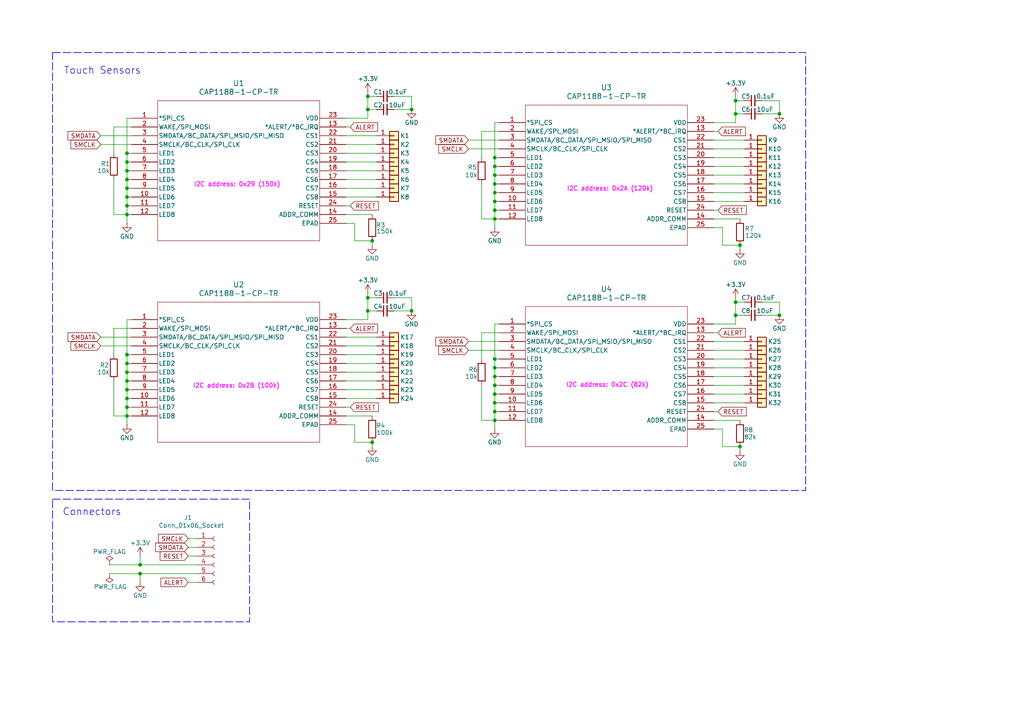
<source format=kicad_sch>
(kicad_sch (version 20231120) (generator "eeschema") (generator_version "8.0")
  (paper "A4")
  (lib_symbols
    (symbol "CAP1188_1_CP_TR:CAP1188-1-CP-TR" (pin_names (offset 0.254))
      (property "Reference" "U" (at 30.734 10.16 0))
      (property "Value" "CAP1188-1-CP-TR" (at 30.734 7.62 0))
      (symbol "CAP1188-1-CP-TR_0_1"
        (polyline (pts (xy 7.62 -35.56) (xy 54.61 -35.56)) (stroke (width 0.127)))
        (polyline (pts (xy 7.62 5.08) (xy 7.62 -35.56)) (stroke (width 0.127)))
        (polyline (pts (xy 54.61 -35.56) (xy 54.61 5.08)) (stroke (width 0.127)))
        (polyline (pts (xy 54.61 5.08) (xy 7.62 5.08)) (stroke (width 0.127)))
        (pin input line (at 0 0 0) (length 7.62) (name "*SPI_CS") (number "1"))
        (pin passive line (at 0 -22.86 0) (length 7.62) (name "LED6") (number "10"))
        (pin passive line (at 0 -25.4 0) (length 7.62) (name "LED7") (number "11"))
        (pin passive line (at 0 -27.94 0) (length 7.62) (name "LED8") (number "12"))
        (pin passive line (at 62.23 -2.54 180) (length 7.62) (name "*ALERT/*BC_IRQ") (number "13"))
        (pin input line (at 62.23 -27.94 180) (length 7.62) (name "ADDR_COMM") (number "14"))
        (pin bidirectional line (at 62.23 -22.86 180) (length 7.62) (name "CS8") (number "15"))
        (pin bidirectional line (at 62.23 -20.32 180) (length 7.62) (name "CS7") (number "16"))
        (pin bidirectional line (at 62.23 -17.78 180) (length 7.62) (name "CS6") (number "17"))
        (pin bidirectional line (at 62.23 -15.24 180) (length 7.62) (name "CS5") (number "18"))
        (pin bidirectional line (at 62.23 -12.7 180) (length 7.62) (name "CS4") (number "19"))
        (pin bidirectional line (at 0 -2.54 0) (length 7.62) (name "WAKE/SPI_MOSI") (number "2"))
        (pin bidirectional line (at 62.23 -10.16 180) (length 7.62) (name "CS3") (number "20"))
        (pin bidirectional line (at 62.23 -7.62 180) (length 7.62) (name "CS2") (number "21"))
        (pin bidirectional line (at 62.23 -5.08 180) (length 7.62) (name "CS1") (number "22"))
        (pin power_in line (at 62.23 0 180) (length 7.62) (name "VDD") (number "23"))
        (pin input line (at 62.23 -25.4 180) (length 7.62) (name "RESET") (number "24"))
        (pin passive line (at 62.23 -30.48 180) (length 7.62) (name "EPAD") (number "25"))
        (pin bidirectional line (at 0 -5.08 0) (length 7.62) (name "SMDATA/BC_DATA/SPI_MSIO/SPI_MISO") (number "3"))
        (pin input line (at 0 -7.62 0) (length 7.62) (name "SMCLK/BC_CLK/SPI_CLK") (number "4"))
        (pin passive line (at 0 -10.16 0) (length 7.62) (name "LED1") (number "5"))
        (pin passive line (at 0 -12.7 0) (length 7.62) (name "LED2") (number "6"))
        (pin passive line (at 0 -15.24 0) (length 7.62) (name "LED3") (number "7"))
        (pin passive line (at 0 -17.78 0) (length 7.62) (name "LED4") (number "8"))
        (pin passive line (at 0 -20.32 0) (length 7.62) (name "LED5") (number "9"))
      )
    )
    (symbol "Connector:Conn_01x06_Socket" (pin_names (offset 1.016) hide)
      (property "Reference" "J" (at 0 7.62 0))
      (property "Value" "Conn_01x06_Socket" (at 0 -10.16 0))
      (symbol "Conn_01x06_Socket_1_1"
        (arc (start 0 -7.112) (mid -0.5058 -7.62) (end 0 -8.128) (stroke (width 0.1524)))
        (arc (start 0 -4.572) (mid -0.5058 -5.08) (end 0 -5.588) (stroke (width 0.1524)))
        (arc (start 0 -2.032) (mid -0.5058 -2.54) (end 0 -3.048) (stroke (width 0.1524)))
        (polyline (pts (xy -1.27 -7.62) (xy -0.508 -7.62)) (stroke (width 0.1524)))
        (polyline (pts (xy -1.27 -5.08) (xy -0.508 -5.08)) (stroke (width 0.1524)))
        (polyline (pts (xy -1.27 -2.54) (xy -0.508 -2.54)) (stroke (width 0.1524)))
        (polyline (pts (xy -1.27 0) (xy -0.508 0)) (stroke (width 0.1524)))
        (polyline (pts (xy -1.27 2.54) (xy -0.508 2.54)) (stroke (width 0.1524)))
        (polyline (pts (xy -1.27 5.08) (xy -0.508 5.08)) (stroke (width 0.1524)))
        (arc (start 0 0.508) (mid -0.5058 0) (end 0 -0.508) (stroke (width 0.1524)))
        (arc (start 0 3.048) (mid -0.5058 2.54) (end 0 2.032) (stroke (width 0.1524)))
        (arc (start 0 5.588) (mid -0.5058 5.08) (end 0 4.572) (stroke (width 0.1524)))
        (pin passive line (at -5.08 5.08 0) (length 3.81) (name "Pin_1") (number "1"))
        (pin passive line (at -5.08 2.54 0) (length 3.81) (name "Pin_2") (number "2"))
        (pin passive line (at -5.08 0 0) (length 3.81) (name "Pin_3") (number "3"))
        (pin passive line (at -5.08 -2.54 0) (length 3.81) (name "Pin_4") (number "4"))
        (pin passive line (at -5.08 -5.08 0) (length 3.81) (name "Pin_5") (number "5"))
        (pin passive line (at -5.08 -7.62 0) (length 3.81) (name "Pin_6") (number "6"))
      )
    )
    (symbol "Connector_Generic:Conn_01x01" (pin_names (offset 1.016) hide)
      (property "Reference" "J" (at 0 2.54 0))
      (property "Value" "Conn_01x01" (at 0 -2.54 0))
      (symbol "Conn_01x01_1_1"
        (rectangle (start -1.27 0.127) (end 0 -0.127) (stroke (width 0.1524)))
        (rectangle (start -1.27 1.27) (end 1.27 -1.27) (stroke (width 0.254)) (fill (type background)))
        (pin passive line (at -5.08 0 0) (length 3.81) (name "Pin_1") (number "1"))
      )
    )
    (symbol "Device:C_Small" (pin_numbers hide) (pin_names (offset 0.254) hide)
      (property "Reference" "C" (at 0.254 1.778 0))
      (property "Value" "C_Small" (at 0.254 -2.032 0))
      (symbol "C_Small_0_1"
        (polyline (pts (xy -1.524 -0.508) (xy 1.524 -0.508)) (stroke (width 0.3302)))
        (polyline (pts (xy -1.524 0.508) (xy 1.524 0.508)) (stroke (width 0.3048)))
      )
      (symbol "C_Small_1_1"
        (pin passive line (at 0 2.54 270) (length 2.032) (name "~") (number "1"))
        (pin passive line (at 0 -2.54 90) (length 2.032) (name "~") (number "2"))
      )
    )
    (symbol "Device:R" (pin_numbers hide) (pin_names (offset 0))
      (property "Reference" "R" (at 2.032 0 90))
      (property "Value" "R" (at 0 0 90))
      (symbol "R_0_1"
        (rectangle (start -1.016 -2.54) (end 1.016 2.54) (stroke (width 0.254)))
      )
      (symbol "R_1_1"
        (pin passive line (at 0 3.81 270) (length 1.27) (name "~") (number "1"))
        (pin passive line (at 0 -3.81 90) (length 1.27) (name "~") (number "2"))
      )
    )
    (symbol "power:+3.3V" (power) (pin_numbers hide) (pin_names (offset 0) hide)
      (property "Value" "+3.3V" (at 0 3.556 0))
      (symbol "+3.3V_0_1"
        (polyline (pts (xy -0.762 1.27) (xy 0 2.54)))
        (polyline (pts (xy 0 0) (xy 0 2.54)))
        (polyline (pts (xy 0 2.54) (xy 0.762 1.27)))
      )
      (symbol "+3.3V_1_1"
        (pin power_in line (at 0 0 90) (length 0) (name "~") (number "1"))
      )
    )
    (symbol "power:GND" (power) (pin_numbers hide) (pin_names (offset 0) hide)
      (property "Value" "GND" (at 0 -3.81 0))
      (symbol "GND_0_1"
        (polyline (pts (xy 0 0) (xy 0 -1.27) (xy 1.27 -1.27) (xy 0 -2.54) (xy -1.27 -1.27) (xy 0 -1.27)))
      )
      (symbol "GND_1_1"
        (pin power_in line (at 0 0 270) (length 0) (name "~") (number "1"))
      )
    )
    (symbol "power:PWR_FLAG" (power) (pin_numbers hide) (pin_names (offset 0) hide)
      (property "Value" "PWR_FLAG" (at 0 3.81 0))
      (symbol "PWR_FLAG_0_0"
        (pin power_out line (at 0 0 90) (length 0) (name "~") (number "1"))
      )
      (symbol "PWR_FLAG_0_1"
        (polyline (pts (xy 0 0) (xy 0 1.27) (xy -1.016 1.905) (xy 0 2.54) (xy 1.016 1.905) (xy 0 1.27)))
      )
    )
  )
  (junction (at 36.83 113.03))
  (junction (at 106.68 86.36))
  (junction (at 36.83 120.65))
  (junction (at 143.51 116.84))
  (junction (at 213.36 33.02))
  (junction (at 214.63 71.12))
  (junction (at 36.83 102.87))
  (junction (at 36.83 44.45))
  (junction (at 213.36 91.44))
  (junction (at 143.51 106.68))
  (junction (at 106.68 31.75))
  (junction (at 143.51 109.22))
  (junction (at 143.51 45.72))
  (junction (at 143.51 55.88))
  (junction (at 40.64 166.37))
  (junction (at 119.38 90.17))
  (junction (at 143.51 121.92))
  (junction (at 226.06 91.44))
  (junction (at 213.36 87.63))
  (junction (at 36.83 57.15))
  (junction (at 107.95 69.85))
  (junction (at 143.51 50.8))
  (junction (at 36.83 49.53))
  (junction (at 36.83 46.99))
  (junction (at 36.83 115.57))
  (junction (at 143.51 58.42))
  (junction (at 143.51 60.96))
  (junction (at 143.51 104.14))
  (junction (at 143.51 114.3))
  (junction (at 119.38 31.75))
  (junction (at 36.83 107.95))
  (junction (at 36.83 54.61))
  (junction (at 36.83 59.69))
  (junction (at 214.63 129.54))
  (junction (at 107.95 128.27))
  (junction (at 226.06 33.02))
  (junction (at 143.51 53.34))
  (junction (at 213.36 29.21))
  (junction (at 40.64 163.83))
  (junction (at 106.68 90.17))
  (junction (at 143.51 119.38))
  (junction (at 143.51 111.76))
  (junction (at 36.83 110.49))
  (junction (at 36.83 52.07))
  (junction (at 36.83 105.41))
  (junction (at 36.83 118.11))
  (junction (at 36.83 62.23))
  (junction (at 106.68 27.94))
  (junction (at 143.51 63.5))
  (junction (at 143.51 48.26))
  (wire (pts (xy 220.98 91.44) (xy 226.06 91.44)))
  (wire (pts (xy 100.33 46.99) (xy 109.22 46.99)))
  (wire (pts (xy 139.7 38.1) (xy 144.78 38.1)))
  (wire (pts (xy 36.83 49.53) (xy 36.83 46.99)))
  (wire (pts (xy 36.83 46.99) (xy 38.1 46.99)))
  (wire (pts (xy 106.68 31.75) (xy 106.68 34.29)))
  (wire (pts (xy 207.01 124.46) (xy 209.55 124.46)))
  (wire (pts (xy 106.68 27.94) (xy 106.68 31.75)))
  (wire (pts (xy 207.01 101.6) (xy 215.9 101.6)))
  (wire (pts (xy 143.51 116.84) (xy 144.78 116.84)))
  (wire (pts (xy 207.01 40.64) (xy 215.9 40.64)))
  (wire (pts (xy 143.51 48.26) (xy 143.51 45.72)))
  (wire (pts (xy 33.02 36.83) (xy 33.02 44.45)))
  (wire (pts (xy 100.33 49.53) (xy 109.22 49.53)))
  (wire (pts (xy 100.33 64.77) (xy 102.87 64.77)))
  (wire (pts (xy 40.64 163.83) (xy 57.15 163.83)))
  (wire (pts (xy 208.28 38.1) (xy 207.01 38.1)))
  (wire (pts (xy 143.51 121.92) (xy 144.78 121.92)))
  (wire (pts (xy 36.83 113.03) (xy 38.1 113.03)))
  (wire (pts (xy 36.83 118.11) (xy 36.83 115.57)))
  (wire (pts (xy 36.83 49.53) (xy 38.1 49.53)))
  (wire (pts (xy 139.7 63.5) (xy 143.51 63.5)))
  (wire (pts (xy 143.51 63.5) (xy 143.51 60.96)))
  (wire (pts (xy 106.68 31.75) (xy 109.22 31.75)))
  (wire (pts (xy 214.63 130.81) (xy 214.63 129.54)))
  (wire (pts (xy 213.36 33.02) (xy 215.9 33.02)))
  (wire (pts (xy 143.51 63.5) (xy 144.78 63.5)))
  (wire (pts (xy 143.51 35.56) (xy 143.51 45.72)))
  (wire (pts (xy 208.28 60.96) (xy 207.01 60.96)))
  (wire (pts (xy 36.83 57.15) (xy 36.83 54.61)))
  (wire (pts (xy 40.64 168.91) (xy 40.64 166.37)))
  (wire (pts (xy 36.83 34.29) (xy 38.1 34.29)))
  (wire (pts (xy 33.02 120.65) (xy 36.83 120.65)))
  (wire (pts (xy 106.68 26.67) (xy 106.68 27.94)))
  (wire (pts (xy 36.83 107.95) (xy 38.1 107.95)))
  (wire (pts (xy 143.51 50.8) (xy 143.51 48.26)))
  (wire (pts (xy 36.83 62.23) (xy 38.1 62.23)))
  (wire (pts (xy 106.68 86.36) (xy 109.22 86.36)))
  (wire (pts (xy 114.3 90.17) (xy 119.38 90.17)))
  (wire (pts (xy 220.98 29.21) (xy 226.06 29.21)))
  (wire (pts (xy 207.01 35.56) (xy 213.36 35.56)))
  (wire (pts (xy 101.6 36.83) (xy 100.33 36.83)))
  (wire (pts (xy 207.01 99.06) (xy 215.9 99.06)))
  (wire (pts (xy 143.51 58.42) (xy 143.51 55.88)))
  (wire (pts (xy 143.51 60.96) (xy 144.78 60.96)))
  (wire (pts (xy 40.64 161.29) (xy 40.64 163.83)))
  (wire (pts (xy 100.33 123.19) (xy 102.87 123.19)))
  (wire (pts (xy 213.36 86.36) (xy 213.36 87.63)))
  (wire (pts (xy 143.51 119.38) (xy 143.51 116.84)))
  (wire (pts (xy 114.3 31.75) (xy 119.38 31.75)))
  (wire (pts (xy 29.21 39.37) (xy 38.1 39.37)))
  (wire (pts (xy 213.36 91.44) (xy 213.36 93.98)))
  (wire (pts (xy 208.28 96.52) (xy 207.01 96.52)))
  (wire (pts (xy 106.68 90.17) (xy 106.68 92.71)))
  (wire (pts (xy 226.06 29.21) (xy 226.06 33.02)))
  (wire (pts (xy 36.83 92.71) (xy 36.83 102.87)))
  (wire (pts (xy 100.33 92.71) (xy 106.68 92.71)))
  (wire (pts (xy 36.83 123.19) (xy 36.83 120.65)))
  (wire (pts (xy 40.64 166.37) (xy 57.15 166.37)))
  (wire (pts (xy 36.83 115.57) (xy 38.1 115.57)))
  (wire (pts (xy 139.7 96.52) (xy 144.78 96.52)))
  (wire (pts (xy 143.51 121.92) (xy 143.51 119.38)))
  (wire (pts (xy 107.95 71.12) (xy 107.95 69.85)))
  (wire (pts (xy 100.33 102.87) (xy 109.22 102.87)))
  (wire (pts (xy 139.7 121.92) (xy 143.51 121.92)))
  (wire (pts (xy 207.01 106.68) (xy 215.9 106.68)))
  (wire (pts (xy 54.61 156.21) (xy 57.15 156.21)))
  (wire (pts (xy 139.7 38.1) (xy 139.7 45.72)))
  (wire (pts (xy 143.51 111.76) (xy 143.51 109.22)))
  (wire (pts (xy 33.02 52.07) (xy 33.02 62.23)))
  (wire (pts (xy 143.51 53.34) (xy 144.78 53.34)))
  (wire (pts (xy 213.36 29.21) (xy 215.9 29.21)))
  (wire (pts (xy 100.33 115.57) (xy 109.22 115.57)))
  (wire (pts (xy 36.83 34.29) (xy 36.83 44.45)))
  (wire (pts (xy 119.38 86.36) (xy 119.38 90.17)))
  (wire (pts (xy 207.01 50.8) (xy 215.9 50.8)))
  (wire (pts (xy 207.01 55.88) (xy 215.9 55.88)))
  (wire (pts (xy 143.51 66.04) (xy 143.51 63.5)))
  (wire (pts (xy 102.87 69.85) (xy 107.95 69.85)))
  (wire (pts (xy 207.01 114.3) (xy 215.9 114.3)))
  (wire (pts (xy 143.51 106.68) (xy 144.78 106.68)))
  (wire (pts (xy 54.61 168.91) (xy 57.15 168.91)))
  (wire (pts (xy 143.51 55.88) (xy 144.78 55.88)))
  (wire (pts (xy 36.83 57.15) (xy 38.1 57.15)))
  (wire (pts (xy 207.01 48.26) (xy 215.9 48.26)))
  (wire (pts (xy 29.21 100.33) (xy 38.1 100.33)))
  (wire (pts (xy 114.3 27.94) (xy 119.38 27.94)))
  (wire (pts (xy 106.68 27.94) (xy 109.22 27.94)))
  (wire (pts (xy 143.51 45.72) (xy 144.78 45.72)))
  (wire (pts (xy 100.33 120.65) (xy 107.95 120.65)))
  (wire (pts (xy 209.55 124.46) (xy 209.55 129.54)))
  (wire (pts (xy 143.51 55.88) (xy 143.51 53.34)))
  (wire (pts (xy 100.33 113.03) (xy 109.22 113.03)))
  (wire (pts (xy 100.33 97.79) (xy 109.22 97.79)))
  (wire (pts (xy 143.51 119.38) (xy 144.78 119.38)))
  (wire (pts (xy 213.36 87.63) (xy 215.9 87.63)))
  (wire (pts (xy 100.33 107.95) (xy 109.22 107.95)))
  (wire (pts (xy 226.06 87.63) (xy 226.06 91.44)))
  (wire (pts (xy 36.83 54.61) (xy 36.83 52.07)))
  (wire (pts (xy 36.83 59.69) (xy 36.83 57.15)))
  (wire (pts (xy 143.51 124.46) (xy 143.51 121.92)))
  (wire (pts (xy 100.33 54.61) (xy 109.22 54.61)))
  (wire (pts (xy 100.33 44.45) (xy 109.22 44.45)))
  (wire (pts (xy 139.7 96.52) (xy 139.7 104.14)))
  (wire (pts (xy 143.51 93.98) (xy 143.51 104.14)))
  (wire (pts (xy 143.51 114.3) (xy 144.78 114.3)))
  (wire (pts (xy 36.83 107.95) (xy 36.83 105.41)))
  (wire (pts (xy 143.51 50.8) (xy 144.78 50.8)))
  (wire (pts (xy 207.01 121.92) (xy 214.63 121.92)))
  (wire (pts (xy 33.02 95.25) (xy 33.02 102.87)))
  (wire (pts (xy 102.87 128.27) (xy 107.95 128.27)))
  (wire (pts (xy 100.33 62.23) (xy 107.95 62.23)))
  (wire (pts (xy 29.21 97.79) (xy 38.1 97.79)))
  (wire (pts (xy 207.01 116.84) (xy 215.9 116.84)))
  (wire (pts (xy 36.83 52.07) (xy 38.1 52.07)))
  (wire (pts (xy 213.36 29.21) (xy 213.36 33.02)))
  (wire (pts (xy 213.36 91.44) (xy 215.9 91.44)))
  (wire (pts (xy 101.6 118.11) (xy 100.33 118.11)))
  (wire (pts (xy 143.51 111.76) (xy 144.78 111.76)))
  (wire (pts (xy 135.89 101.6) (xy 144.78 101.6)))
  (wire (pts (xy 207.01 63.5) (xy 214.63 63.5)))
  (wire (pts (xy 209.55 129.54) (xy 214.63 129.54)))
  (wire (pts (xy 36.83 105.41) (xy 38.1 105.41)))
  (wire (pts (xy 213.36 87.63) (xy 213.36 91.44)))
  (wire (pts (xy 100.33 41.91) (xy 109.22 41.91)))
  (wire (pts (xy 54.61 158.75) (xy 57.15 158.75)))
  (wire (pts (xy 106.68 90.17) (xy 109.22 90.17)))
  (wire (pts (xy 207.01 104.14) (xy 215.9 104.14)))
  (wire (pts (xy 33.02 62.23) (xy 36.83 62.23)))
  (wire (pts (xy 143.51 116.84) (xy 143.51 114.3)))
  (wire (pts (xy 100.33 100.33) (xy 109.22 100.33)))
  (wire (pts (xy 207.01 45.72) (xy 215.9 45.72)))
  (wire (pts (xy 36.83 46.99) (xy 36.83 44.45)))
  (wire (pts (xy 36.83 113.03) (xy 36.83 110.49)))
  (wire (pts (xy 100.33 39.37) (xy 109.22 39.37)))
  (wire (pts (xy 213.36 27.94) (xy 213.36 29.21)))
  (wire (pts (xy 220.98 87.63) (xy 226.06 87.63)))
  (wire (pts (xy 36.83 62.23) (xy 36.83 59.69)))
  (wire (pts (xy 208.28 119.38) (xy 207.01 119.38)))
  (wire (pts (xy 36.83 115.57) (xy 36.83 113.03)))
  (wire (pts (xy 33.02 36.83) (xy 38.1 36.83)))
  (wire (pts (xy 143.51 60.96) (xy 143.51 58.42)))
  (wire (pts (xy 102.87 123.19) (xy 102.87 128.27)))
  (wire (pts (xy 107.95 129.54) (xy 107.95 128.27)))
  (wire (pts (xy 143.51 109.22) (xy 144.78 109.22)))
  (wire (pts (xy 31.75 163.83) (xy 40.64 163.83)))
  (wire (pts (xy 36.83 120.65) (xy 38.1 120.65)))
  (wire (pts (xy 207.01 58.42) (xy 215.9 58.42)))
  (wire (pts (xy 36.83 110.49) (xy 36.83 107.95)))
  (wire (pts (xy 143.51 109.22) (xy 143.51 106.68)))
  (wire (pts (xy 135.89 43.18) (xy 144.78 43.18)))
  (wire (pts (xy 106.68 85.09) (xy 106.68 86.36)))
  (wire (pts (xy 36.83 52.07) (xy 36.83 49.53)))
  (wire (pts (xy 207.01 43.18) (xy 215.9 43.18)))
  (wire (pts (xy 36.83 59.69) (xy 38.1 59.69)))
  (wire (pts (xy 54.61 161.29) (xy 57.15 161.29)))
  (wire (pts (xy 207.01 53.34) (xy 215.9 53.34)))
  (wire (pts (xy 36.83 110.49) (xy 38.1 110.49)))
  (wire (pts (xy 100.33 52.07) (xy 109.22 52.07)))
  (wire (pts (xy 143.51 93.98) (xy 144.78 93.98)))
  (wire (pts (xy 33.02 95.25) (xy 38.1 95.25)))
  (wire (pts (xy 36.83 64.77) (xy 36.83 62.23)))
  (wire (pts (xy 36.83 120.65) (xy 36.83 118.11)))
  (wire (pts (xy 139.7 111.76) (xy 139.7 121.92)))
  (wire (pts (xy 213.36 33.02) (xy 213.36 35.56)))
  (wire (pts (xy 207.01 66.04) (xy 209.55 66.04)))
  (wire (pts (xy 114.3 86.36) (xy 119.38 86.36)))
  (wire (pts (xy 36.83 44.45) (xy 38.1 44.45)))
  (wire (pts (xy 106.68 86.36) (xy 106.68 90.17)))
  (wire (pts (xy 207.01 111.76) (xy 215.9 111.76)))
  (wire (pts (xy 33.02 110.49) (xy 33.02 120.65)))
  (wire (pts (xy 143.51 53.34) (xy 143.51 50.8)))
  (wire (pts (xy 36.83 118.11) (xy 38.1 118.11)))
  (wire (pts (xy 36.83 102.87) (xy 38.1 102.87)))
  (wire (pts (xy 207.01 93.98) (xy 213.36 93.98)))
  (wire (pts (xy 31.75 166.37) (xy 40.64 166.37)))
  (wire (pts (xy 207.01 109.22) (xy 215.9 109.22)))
  (wire (pts (xy 36.83 105.41) (xy 36.83 102.87)))
  (wire (pts (xy 143.51 106.68) (xy 143.51 104.14)))
  (wire (pts (xy 101.6 95.25) (xy 100.33 95.25)))
  (wire (pts (xy 102.87 64.77) (xy 102.87 69.85)))
  (wire (pts (xy 100.33 110.49) (xy 109.22 110.49)))
  (wire (pts (xy 143.51 35.56) (xy 144.78 35.56)))
  (wire (pts (xy 220.98 33.02) (xy 226.06 33.02)))
  (wire (pts (xy 143.51 114.3) (xy 143.51 111.76)))
  (wire (pts (xy 119.38 27.94) (xy 119.38 31.75)))
  (wire (pts (xy 209.55 71.12) (xy 214.63 71.12)))
  (wire (pts (xy 209.55 66.04) (xy 209.55 71.12)))
  (wire (pts (xy 139.7 53.34) (xy 139.7 63.5)))
  (wire (pts (xy 135.89 40.64) (xy 144.78 40.64)))
  (wire (pts (xy 100.33 34.29) (xy 106.68 34.29)))
  (wire (pts (xy 214.63 72.39) (xy 214.63 71.12)))
  (wire (pts (xy 143.51 104.14) (xy 144.78 104.14)))
  (wire (pts (xy 36.83 54.61) (xy 38.1 54.61)))
  (wire (pts (xy 29.21 41.91) (xy 38.1 41.91)))
  (wire (pts (xy 143.51 58.42) (xy 144.78 58.42)))
  (wire (pts (xy 100.33 105.41) (xy 109.22 105.41)))
  (wire (pts (xy 100.33 57.15) (xy 109.22 57.15)))
  (wire (pts (xy 143.51 48.26) (xy 144.78 48.26)))
  (wire (pts (xy 36.83 92.71) (xy 38.1 92.71)))
  (wire (pts (xy 135.89 99.06) (xy 144.78 99.06)))
  (wire (pts (xy 101.6 59.69) (xy 100.33 59.69)))
  (rectangle (start 15.24 144.78) (end 72.39 180.34) (stroke (width 0.2032) (type dash)))
  (rectangle (start 15.24 15.24) (end 233.68 142.24) (stroke (width 0.2032) (type dash)))
  (text "I2C address: 0x2B (100k)" (at 55.88 112.014 0) (effects (font (size 1.27 1.27) (thickness 0.254) (bold yes)) (justify left)))
  (text "I2C address: 0x29 (150k)" (at 56.134 53.594 0) (effects (font (size 1.27 1.27) (thickness 0.254) (bold yes)) (justify left)))
  (text "Touch Sensors" (at 29.718 20.574 0) (effects (font (size 2.032 2.032))))
  (text "Connectors" (at 26.67 148.59 0) (effects (font (size 2.032 2.032))))
  (text "I2C address: 0x2C (82k)" (at 164.084 111.76 0) (effects (font (size 1.27 1.27) (thickness 0.254) (bold yes)) (justify left)))
  (text "I2C address: 0x2A (120k)" (at 164.338 54.864 0) (effects (font (size 1.27 1.27) (thickness 0.254) (bold yes)) (justify left)))
  (global_label "RESET" (shape input) (at 101.6 59.69 0) (property "Intersheetrefs" "${INTERSHEET_REFS}" (effects (hide yes))))
  (global_label "SMDATA" (shape input) (at 135.89 99.06 180) (property "Intersheetrefs" "${INTERSHEET_REFS}" (effects (hide yes))))
  (global_label "RESET" (shape input) (at 101.6 118.11 0) (property "Intersheetrefs" "${INTERSHEET_REFS}" (effects (hide yes))))
  (global_label "SMDATA" (shape input) (at 135.89 40.64 180) (property "Intersheetrefs" "${INTERSHEET_REFS}" (effects (hide yes))))
  (global_label "ALERT" (shape input) (at 208.28 96.52 0) (property "Intersheetrefs" "${INTERSHEET_REFS}" (effects (hide yes))))
  (global_label "SMDATA" (shape input) (at 29.21 39.37 180) (property "Intersheetrefs" "${INTERSHEET_REFS}" (effects (hide yes))))
  (global_label "SMCLK" (shape input) (at 135.89 43.18 180) (property "Intersheetrefs" "${INTERSHEET_REFS}" (effects (hide yes))))
  (global_label "SMDATA" (shape input) (at 54.61 158.75 180) (property "Intersheetrefs" "${INTERSHEET_REFS}" (effects (hide yes))))
  (global_label "RESET" (shape input) (at 54.61 161.29 180) (property "Intersheetrefs" "${INTERSHEET_REFS}" (effects (hide yes))))
  (global_label "SMCLK" (shape input) (at 135.89 101.6 180) (property "Intersheetrefs" "${INTERSHEET_REFS}" (effects (hide yes))))
  (global_label "ALERT" (shape input) (at 54.61 168.91 180) (property "Intersheetrefs" "${INTERSHEET_REFS}" (effects (hide yes))))
  (global_label "SMCLK" (shape input) (at 29.21 100.33 180) (property "Intersheetrefs" "${INTERSHEET_REFS}" (effects (hide yes))))
  (global_label "RESET" (shape input) (at 208.28 60.96 0) (property "Intersheetrefs" "${INTERSHEET_REFS}" (effects (hide yes))))
  (global_label "SMCLK" (shape input) (at 54.61 156.21 180) (property "Intersheetrefs" "${INTERSHEET_REFS}" (effects (hide yes))))
  (global_label "ALERT" (shape input) (at 101.6 95.25 0) (property "Intersheetrefs" "${INTERSHEET_REFS}" (effects (hide yes))))
  (global_label "SMCLK" (shape input) (at 29.21 41.91 180) (property "Intersheetrefs" "${INTERSHEET_REFS}" (effects (hide yes))))
  (global_label "SMDATA" (shape input) (at 29.21 97.79 180) (property "Intersheetrefs" "${INTERSHEET_REFS}" (effects (hide yes))))
  (global_label "ALERT" (shape input) (at 208.28 38.1 0) (property "Intersheetrefs" "${INTERSHEET_REFS}" (effects (hide yes))))
  (global_label "RESET" (shape input) (at 208.28 119.38 0) (property "Intersheetrefs" "${INTERSHEET_REFS}" (effects (hide yes))))
  (global_label "ALERT" (shape input) (at 101.6 36.83 0) (property "Intersheetrefs" "${INTERSHEET_REFS}" (effects (hide yes))))
  (symbol (lib_id "Device:C_Small") (at 218.44 29.21 90) (unit 1)
    (property "Reference" "C5" (at 217.678 27.94 90) (effects (justify left)))
    (property "Value" "0.1uF" (at 224.79 27.94 90) (effects (justify left)))
    (property "Footprint" "Capacitor_SMD:C_0805_2012Metric_Pad1.18x1.45mm_HandSolder" (effects (hide yes)))
    (property "Description" "Unpolarized capacitor, small symbol" (effects (hide yes)))
  )
  (symbol (lib_id "Connector_Generic:Conn_01x01") (at 114.3 102.87 0) (unit 1)
    (property "Reference" "K19" (at 116.078 102.87 0) (effects (justify left)))
    (property "Value" "Conn_01x01" (effects (hide yes)))
    (property "Footprint" "TouchKey:TouchKey_Standard" (effects (hide yes)))
    (property "Description" "Generic connector, single row, 01x01, script generated (kicad-library-utils/schlib/autogen/connector/)" (effects (hide yes)))
  )
  (symbol (lib_id "Connector_Generic:Conn_01x01") (at 220.98 48.26 0) (unit 1)
    (property "Reference" "K12" (at 222.758 48.26 0) (effects (justify left)))
    (property "Value" "Conn_01x01" (effects (hide yes)))
    (property "Footprint" "TouchKey:TouchKey_Standard" (effects (hide yes)))
    (property "Description" "Generic connector, single row, 01x01, script generated (kicad-library-utils/schlib/autogen/connector/)" (effects (hide yes)))
  )
  (symbol (lib_id "power:GND") (at 143.51 66.04 0) (unit 1)
    (property "Reference" "#PWR08" (effects (hide yes)))
    (property "Value" "GND" (at 143.51 69.85 0))
    (property "Description" "Power symbol creates a global label with name \"GND\" , ground" (effects (hide yes)))
  )
  (symbol (lib_id "power:+3.3V") (at 106.68 26.67 0) (unit 1)
    (property "Reference" "#PWR01" (effects (hide yes)))
    (property "Value" "+3.3V" (at 106.68 22.86 0))
    (property "Description" "Power symbol creates a global label with name \"+3.3V\"" (effects (hide yes)))
  )
  (symbol (lib_id "Connector_Generic:Conn_01x01") (at 114.3 49.53 0) (unit 1)
    (property "Reference" "K5" (at 116.078 49.53 0) (effects (justify left)))
    (property "Value" "Conn_01x01" (effects (hide yes)))
    (property "Footprint" "TouchKey:TouchKey_Standard" (effects (hide yes)))
    (property "Description" "Generic connector, single row, 01x01, script generated (kicad-library-utils/schlib/autogen/connector/)" (effects (hide yes)))
  )
  (symbol (lib_id "Connector:Conn_01x06_Socket") (at 62.23 161.29 0) (unit 1)
    (property "Reference" "J1" (at 53.34 150.114 0) (effects (justify left)))
    (property "Value" "Conn_01x06_Socket" (at 45.974 152.4 0) (effects (justify left)))
    (property "Footprint" "Connector_JST:JST_XH_B6B-XH-A_1x06_P2.50mm_Vertical" (effects (hide yes)))
    (property "Description" "Generic connector, single row, 01x06, script generated" (effects (hide yes)))
  )
  (symbol (lib_id "Device:R") (at 139.7 107.95 180) (unit 1)
    (property "Reference" "R6" (at 135.89 107.188 0) (effects (justify right)))
    (property "Value" "10k" (at 134.874 109.22 0) (effects (justify right)))
    (property "Footprint" "Resistor_SMD:R_0805_2012Metric_Pad1.20x1.40mm_HandSolder" (effects (hide yes)))
    (property "Description" "Resistor" (effects (hide yes)))
  )
  (symbol (lib_id "power:PWR_FLAG") (at 31.75 163.83 0) (unit 1)
    (property "Reference" "#FLG03" (effects (hide yes)))
    (property "Value" "PWR_FLAG" (at 31.75 160.02 0))
    (property "Description" "Special symbol for telling ERC where power comes from" (effects (hide yes)))
  )
  (symbol (lib_id "power:GND") (at 214.63 72.39 0) (unit 1)
    (property "Reference" "#PWR010" (effects (hide yes)))
    (property "Value" "GND" (at 214.63 76.2 0))
    (property "Description" "Power symbol creates a global label with name \"GND\" , ground" (effects (hide yes)))
  )
  (symbol (lib_id "Connector_Generic:Conn_01x01") (at 220.98 50.8 0) (unit 1)
    (property "Reference" "K13" (at 222.758 50.8 0) (effects (justify left)))
    (property "Value" "Conn_01x01" (effects (hide yes)))
    (property "Footprint" "TouchKey:TouchKey_Standard" (effects (hide yes)))
    (property "Description" "Generic connector, single row, 01x01, script generated (kicad-library-utils/schlib/autogen/connector/)" (effects (hide yes)))
  )
  (symbol (lib_id "Connector_Generic:Conn_01x01") (at 220.98 109.22 0) (unit 1)
    (property "Reference" "K29" (at 222.758 109.22 0) (effects (justify left)))
    (property "Value" "Conn_01x01" (effects (hide yes)))
    (property "Footprint" "TouchKey:TouchKey_Standard" (effects (hide yes)))
    (property "Description" "Generic connector, single row, 01x01, script generated (kicad-library-utils/schlib/autogen/connector/)" (effects (hide yes)))
  )
  (symbol (lib_id "Connector_Generic:Conn_01x01") (at 220.98 99.06 0) (unit 1)
    (property "Reference" "K25" (at 222.758 99.06 0) (effects (justify left)))
    (property "Value" "Conn_01x01" (effects (hide yes)))
    (property "Footprint" "TouchKey:TouchKey_Standard" (effects (hide yes)))
    (property "Description" "Generic connector, single row, 01x01, script generated (kicad-library-utils/schlib/autogen/connector/)" (effects (hide yes)))
  )
  (symbol (lib_id "Connector_Generic:Conn_01x01") (at 220.98 53.34 0) (unit 1)
    (property "Reference" "K14" (at 222.758 53.34 0) (effects (justify left)))
    (property "Value" "Conn_01x01" (effects (hide yes)))
    (property "Footprint" "TouchKey:TouchKey_Standard" (effects (hide yes)))
    (property "Description" "Generic connector, single row, 01x01, script generated (kicad-library-utils/schlib/autogen/connector/)" (effects (hide yes)))
  )
  (symbol (lib_id "power:+3.3V") (at 106.68 85.09 0) (unit 1)
    (property "Reference" "#PWR02" (effects (hide yes)))
    (property "Value" "+3.3V" (at 106.68 81.28 0))
    (property "Description" "Power symbol creates a global label with name \"+3.3V\"" (effects (hide yes)))
  )
  (symbol (lib_id "power:PWR_FLAG") (at 31.75 166.37 180) (unit 1)
    (property "Reference" "#FLG04" (effects (hide yes)))
    (property "Value" "PWR_FLAG" (at 32.004 170.18 0))
    (property "Description" "Special symbol for telling ERC where power comes from" (effects (hide yes)))
  )
  (symbol (lib_id "Device:R") (at 214.63 67.31 0) (unit 1)
    (property "Reference" "R7" (at 218.694 66.294 0) (effects (justify right)))
    (property "Value" "120k" (at 220.98 68.326 0) (effects (justify right)))
    (property "Footprint" "Resistor_SMD:R_0805_2012Metric_Pad1.20x1.40mm_HandSolder" (effects (hide yes)))
    (property "Description" "Resistor" (effects (hide yes)))
  )
  (symbol (lib_id "power:+3.3V") (at 213.36 27.94 0) (unit 1)
    (property "Reference" "#PWR09" (effects (hide yes)))
    (property "Value" "+3.3V" (at 213.36 24.13 0))
    (property "Description" "Power symbol creates a global label with name \"+3.3V\"" (effects (hide yes)))
  )
  (symbol (lib_id "power:GND") (at 40.64 168.91 0) (unit 1)
    (property "Reference" "#PWR06" (effects (hide yes)))
    (property "Value" "GND" (at 40.64 172.72 0))
    (property "Description" "Power symbol creates a global label with name \"GND\" , ground" (effects (hide yes)))
  )
  (symbol (lib_id "CAP1188_1_CP_TR:CAP1188-1-CP-TR") (at 144.78 35.56 0) (unit 1)
    (property "Reference" "U3" (at 175.895 25.4 0) (effects (font (size 1.524 1.524))))
    (property "Value" "CAP1188-1-CP-TR" (at 175.895 27.94 0) (effects (font (size 1.524 1.524))))
    (property "Footprint" "CAP1188_1_CP_TR:QFN24_4X4MC_MCH" (effects (hide yes)))
    (property "Datasheet" "CAP1188-1-CP-TR" (effects (hide yes)))
  )
  (symbol (lib_id "Connector_Generic:Conn_01x01") (at 114.3 107.95 0) (unit 1)
    (property "Reference" "K21" (at 116.078 107.95 0) (effects (justify left)))
    (property "Value" "Conn_01x01" (effects (hide yes)))
    (property "Footprint" "TouchKey:TouchKey_Standard" (effects (hide yes)))
    (property "Description" "Generic connector, single row, 01x01, script generated (kicad-library-utils/schlib/autogen/connector/)" (effects (hide yes)))
  )
  (symbol (lib_id "Device:R") (at 33.02 106.68 180) (unit 1)
    (property "Reference" "R2" (at 28.956 105.918 0) (effects (justify right)))
    (property "Value" "10k" (at 28.194 107.95 0) (effects (justify right)))
    (property "Footprint" "Resistor_SMD:R_0805_2012Metric_Pad1.20x1.40mm_HandSolder" (effects (hide yes)))
    (property "Description" "Resistor" (effects (hide yes)))
  )
  (symbol (lib_id "power:GND") (at 226.06 33.02 0) (mirror y) (unit 1)
    (property "Reference" "#PWR012" (effects (hide yes)))
    (property "Value" "GND" (at 226.06 36.83 0))
    (property "Description" "Power symbol creates a global label with name \"GND\" , ground" (effects (hide yes)))
  )
  (symbol (lib_id "power:GND") (at 107.95 129.54 0) (unit 1)
    (property "Reference" "#PWR013" (effects (hide yes)))
    (property "Value" "GND" (at 107.95 133.35 0))
    (property "Description" "Power symbol creates a global label with name \"GND\" , ground" (effects (hide yes)))
  )
  (symbol (lib_id "power:GND") (at 119.38 90.17 0) (mirror y) (unit 1)
    (property "Reference" "#PWR03" (effects (hide yes)))
    (property "Value" "GND" (at 119.38 93.98 0))
    (property "Description" "Power symbol creates a global label with name \"GND\" , ground" (effects (hide yes)))
  )
  (symbol (lib_id "Device:C_Small") (at 111.76 90.17 90) (unit 1)
    (property "Reference" "C4" (at 110.998 88.9 90) (effects (justify left)))
    (property "Value" "10uF" (at 117.602 88.9 90) (effects (justify left)))
    (property "Footprint" "Capacitor_SMD:C_0805_2012Metric_Pad1.18x1.45mm_HandSolder" (effects (hide yes)))
    (property "Description" "Unpolarized capacitor, small symbol" (effects (hide yes)))
  )
  (symbol (lib_id "Connector_Generic:Conn_01x01") (at 220.98 40.64 0) (unit 1)
    (property "Reference" "K9" (at 222.758 40.64 0) (effects (justify left)))
    (property "Value" "Conn_01x01" (effects (hide yes)))
    (property "Footprint" "TouchKey:TouchKey_Standard" (effects (hide yes)))
    (property "Description" "Generic connector, single row, 01x01, script generated (kicad-library-utils/schlib/autogen/connector/)" (effects (hide yes)))
  )
  (symbol (lib_id "Connector_Generic:Conn_01x01") (at 220.98 114.3 0) (unit 1)
    (property "Reference" "K31" (at 222.758 114.3 0) (effects (justify left)))
    (property "Value" "Conn_01x01" (effects (hide yes)))
    (property "Footprint" "TouchKey:TouchKey_Standard" (effects (hide yes)))
    (property "Description" "Generic connector, single row, 01x01, script generated (kicad-library-utils/schlib/autogen/connector/)" (effects (hide yes)))
  )
  (symbol (lib_id "Device:C_Small") (at 218.44 91.44 90) (unit 1)
    (property "Reference" "C8" (at 217.678 90.17 90) (effects (justify left)))
    (property "Value" "10uF" (at 224.282 90.17 90) (effects (justify left)))
    (property "Footprint" "Capacitor_SMD:C_0805_2012Metric_Pad1.18x1.45mm_HandSolder" (effects (hide yes)))
    (property "Description" "Unpolarized capacitor, small symbol" (effects (hide yes)))
  )
  (symbol (lib_id "Device:C_Small") (at 218.44 87.63 90) (unit 1)
    (property "Reference" "C7" (at 217.678 86.36 90) (effects (justify left)))
    (property "Value" "0.1uF" (at 224.79 86.36 90) (effects (justify left)))
    (property "Footprint" "Capacitor_SMD:C_0805_2012Metric_Pad1.18x1.45mm_HandSolder" (effects (hide yes)))
    (property "Description" "Unpolarized capacitor, small symbol" (effects (hide yes)))
  )
  (symbol (lib_id "Connector_Generic:Conn_01x01") (at 114.3 113.03 0) (unit 1)
    (property "Reference" "K23" (at 116.078 113.03 0) (effects (justify left)))
    (property "Value" "Conn_01x01" (effects (hide yes)))
    (property "Footprint" "TouchKey:TouchKey_Standard" (effects (hide yes)))
    (property "Description" "Generic connector, single row, 01x01, script generated (kicad-library-utils/schlib/autogen/connector/)" (effects (hide yes)))
  )
  (symbol (lib_id "Connector_Generic:Conn_01x01") (at 114.3 41.91 0) (unit 1)
    (property "Reference" "K2" (at 116.078 41.91 0) (effects (justify left)))
    (property "Value" "Conn_01x01" (effects (hide yes)))
    (property "Footprint" "TouchKey:TouchKey_Standard" (effects (hide yes)))
    (property "Description" "Generic connector, single row, 01x01, script generated (kicad-library-utils/schlib/autogen/connector/)" (effects (hide yes)))
  )
  (symbol (lib_id "Connector_Generic:Conn_01x01") (at 114.3 52.07 0) (unit 1)
    (property "Reference" "K6" (at 116.078 52.07 0) (effects (justify left)))
    (property "Value" "Conn_01x01" (effects (hide yes)))
    (property "Footprint" "TouchKey:TouchKey_Standard" (effects (hide yes)))
    (property "Description" "Generic connector, single row, 01x01, script generated (kicad-library-utils/schlib/autogen/connector/)" (effects (hide yes)))
  )
  (symbol (lib_id "Connector_Generic:Conn_01x01") (at 220.98 43.18 0) (unit 1)
    (property "Reference" "K10" (at 222.758 43.18 0) (effects (justify left)))
    (property "Value" "Conn_01x01" (effects (hide yes)))
    (property "Footprint" "TouchKey:TouchKey_Standard" (effects (hide yes)))
    (property "Description" "Generic connector, single row, 01x01, script generated (kicad-library-utils/schlib/autogen/connector/)" (effects (hide yes)))
  )
  (symbol (lib_id "power:GND") (at 214.63 130.81 0) (unit 1)
    (property "Reference" "#PWR016" (effects (hide yes)))
    (property "Value" "GND" (at 214.63 134.62 0))
    (property "Description" "Power symbol creates a global label with name \"GND\" , ground" (effects (hide yes)))
  )
  (symbol (lib_id "Connector_Generic:Conn_01x01") (at 114.3 39.37 0) (unit 1)
    (property "Reference" "K1" (at 116.078 39.37 0) (effects (justify left)))
    (property "Value" "Conn_01x01" (effects (hide yes)))
    (property "Footprint" "TouchKey:TouchKey_Standard" (effects (hide yes)))
    (property "Description" "Generic connector, single row, 01x01, script generated (kicad-library-utils/schlib/autogen/connector/)" (effects (hide yes)))
  )
  (symbol (lib_id "Device:C_Small") (at 111.76 31.75 90) (unit 1)
    (property "Reference" "C2" (at 110.998 30.48 90) (effects (justify left)))
    (property "Value" "10uF" (at 117.602 30.48 90) (effects (justify left)))
    (property "Footprint" "Capacitor_SMD:C_0805_2012Metric_Pad1.18x1.45mm_HandSolder" (effects (hide yes)))
    (property "Description" "Unpolarized capacitor, small symbol" (effects (hide yes)))
  )
  (symbol (lib_id "Connector_Generic:Conn_01x01") (at 220.98 58.42 0) (unit 1)
    (property "Reference" "K16" (at 222.758 58.42 0) (effects (justify left)))
    (property "Value" "Conn_01x01" (effects (hide yes)))
    (property "Footprint" "TouchKey:TouchKey_Standard" (effects (hide yes)))
    (property "Description" "Generic connector, single row, 01x01, script generated (kicad-library-utils/schlib/autogen/connector/)" (effects (hide yes)))
  )
  (symbol (lib_id "Connector_Generic:Conn_01x01") (at 220.98 116.84 0) (unit 1)
    (property "Reference" "K32" (at 222.758 116.84 0) (effects (justify left)))
    (property "Value" "Conn_01x01" (effects (hide yes)))
    (property "Footprint" "TouchKey:TouchKey_Standard" (effects (hide yes)))
    (property "Description" "Generic connector, single row, 01x01, script generated (kicad-library-utils/schlib/autogen/connector/)" (effects (hide yes)))
  )
  (symbol (lib_id "CAP1188_1_CP_TR:CAP1188-1-CP-TR") (at 144.78 93.98 0) (unit 1)
    (property "Reference" "U4" (at 175.895 83.82 0) (effects (font (size 1.524 1.524))))
    (property "Value" "CAP1188-1-CP-TR" (at 175.895 86.36 0) (effects (font (size 1.524 1.524))))
    (property "Footprint" "CAP1188_1_CP_TR:QFN24_4X4MC_MCH" (effects (hide yes)))
    (property "Datasheet" "CAP1188-1-CP-TR" (effects (hide yes)))
  )
  (symbol (lib_id "Connector_Generic:Conn_01x01") (at 220.98 55.88 0) (unit 1)
    (property "Reference" "K15" (at 222.758 55.88 0) (effects (justify left)))
    (property "Value" "Conn_01x01" (effects (hide yes)))
    (property "Footprint" "TouchKey:TouchKey_Standard" (effects (hide yes)))
    (property "Description" "Generic connector, single row, 01x01, script generated (kicad-library-utils/schlib/autogen/connector/)" (effects (hide yes)))
  )
  (symbol (lib_id "Connector_Generic:Conn_01x01") (at 114.3 97.79 0) (unit 1)
    (property "Reference" "K17" (at 116.078 97.79 0) (effects (justify left)))
    (property "Value" "Conn_01x01" (effects (hide yes)))
    (property "Footprint" "TouchKey:TouchKey_Standard" (effects (hide yes)))
    (property "Description" "Generic connector, single row, 01x01, script generated (kicad-library-utils/schlib/autogen/connector/)" (effects (hide yes)))
  )
  (symbol (lib_id "power:GND") (at 107.95 71.12 0) (unit 1)
    (property "Reference" "#PWR07" (effects (hide yes)))
    (property "Value" "GND" (at 107.95 74.93 0))
    (property "Description" "Power symbol creates a global label with name \"GND\" , ground" (effects (hide yes)))
  )
  (symbol (lib_id "Connector_Generic:Conn_01x01") (at 114.3 110.49 0) (unit 1)
    (property "Reference" "K22" (at 116.078 110.49 0) (effects (justify left)))
    (property "Value" "Conn_01x01" (effects (hide yes)))
    (property "Footprint" "TouchKey:TouchKey_Standard" (effects (hide yes)))
    (property "Description" "Generic connector, single row, 01x01, script generated (kicad-library-utils/schlib/autogen/connector/)" (effects (hide yes)))
  )
  (symbol (lib_id "power:GND") (at 36.83 123.19 0) (unit 1)
    (property "Reference" "#PWR011" (effects (hide yes)))
    (property "Value" "GND" (at 36.83 127 0))
    (property "Description" "Power symbol creates a global label with name \"GND\" , ground" (effects (hide yes)))
  )
  (symbol (lib_id "power:+3.3V") (at 40.64 161.29 0) (unit 1)
    (property "Reference" "#PWR05" (effects (hide yes)))
    (property "Value" "+3.3V" (at 40.64 157.48 0))
    (property "Description" "Power symbol creates a global label with name \"+3.3V\"" (effects (hide yes)))
  )
  (symbol (lib_id "Connector_Generic:Conn_01x01") (at 220.98 106.68 0) (unit 1)
    (property "Reference" "K28" (at 222.758 106.68 0) (effects (justify left)))
    (property "Value" "Conn_01x01" (effects (hide yes)))
    (property "Footprint" "TouchKey:TouchKey_Standard" (effects (hide yes)))
    (property "Description" "Generic connector, single row, 01x01, script generated (kicad-library-utils/schlib/autogen/connector/)" (effects (hide yes)))
  )
  (symbol (lib_id "CAP1188_1_CP_TR:CAP1188-1-CP-TR") (at 38.1 92.71 0) (unit 1)
    (property "Reference" "U2" (at 69.215 82.55 0) (effects (font (size 1.524 1.524))))
    (property "Value" "CAP1188-1-CP-TR" (at 69.215 85.09 0) (effects (font (size 1.524 1.524))))
    (property "Footprint" "CAP1188_1_CP_TR:QFN24_4X4MC_MCH" (effects (hide yes)))
    (property "Datasheet" "CAP1188-1-CP-TR" (effects (hide yes)))
  )
  (symbol (lib_id "CAP1188_1_CP_TR:CAP1188-1-CP-TR") (at 38.1 34.29 0) (unit 1)
    (property "Reference" "U1" (at 69.215 24.13 0) (effects (font (size 1.524 1.524))))
    (property "Value" "CAP1188-1-CP-TR" (at 69.215 26.67 0) (effects (font (size 1.524 1.524))))
    (property "Footprint" "CAP1188_1_CP_TR:QFN24_4X4MC_MCH" (effects (hide yes)))
    (property "Datasheet" "CAP1188-1-CP-TR" (effects (hide yes)))
  )
  (symbol (lib_id "Connector_Generic:Conn_01x01") (at 114.3 100.33 0) (unit 1)
    (property "Reference" "K18" (at 116.078 100.33 0) (effects (justify left)))
    (property "Value" "Conn_01x01" (effects (hide yes)))
    (property "Footprint" "TouchKey:TouchKey_Standard" (effects (hide yes)))
    (property "Description" "Generic connector, single row, 01x01, script generated (kicad-library-utils/schlib/autogen/connector/)" (effects (hide yes)))
  )
  (symbol (lib_id "Connector_Generic:Conn_01x01") (at 114.3 46.99 0) (unit 1)
    (property "Reference" "K4" (at 116.078 46.99 0) (effects (justify left)))
    (property "Value" "Conn_01x01" (effects (hide yes)))
    (property "Footprint" "TouchKey:TouchKey_Standard" (effects (hide yes)))
    (property "Description" "Generic connector, single row, 01x01, script generated (kicad-library-utils/schlib/autogen/connector/)" (effects (hide yes)))
  )
  (symbol (lib_id "Connector_Generic:Conn_01x01") (at 220.98 101.6 0) (unit 1)
    (property "Reference" "K26" (at 222.758 101.6 0) (effects (justify left)))
    (property "Value" "Conn_01x01" (effects (hide yes)))
    (property "Footprint" "TouchKey:TouchKey_Standard" (effects (hide yes)))
    (property "Description" "Generic connector, single row, 01x01, script generated (kicad-library-utils/schlib/autogen/connector/)" (effects (hide yes)))
  )
  (symbol (lib_id "Device:R") (at 214.63 125.73 0) (unit 1)
    (property "Reference" "R8" (at 218.44 124.714 0) (effects (justify right)))
    (property "Value" "82k" (at 219.456 126.746 0) (effects (justify right)))
    (property "Footprint" "Resistor_SMD:R_0805_2012Metric_Pad1.20x1.40mm_HandSolder" (effects (hide yes)))
    (property "Description" "Resistor" (effects (hide yes)))
  )
  (symbol (lib_id "Device:R") (at 107.95 66.04 0) (unit 1)
    (property "Reference" "R3" (at 111.76 65.278 0) (effects (justify right)))
    (property "Value" "150k" (at 114.046 67.056 0) (effects (justify right)))
    (property "Footprint" "Resistor_SMD:R_0805_2012Metric_Pad1.20x1.40mm_HandSolder" (effects (hide yes)))
    (property "Description" "Resistor" (effects (hide yes)))
  )
  (symbol (lib_id "power:GND") (at 36.83 64.77 0) (unit 1)
    (property "Reference" "#PWR030" (effects (hide yes)))
    (property "Value" "GND" (at 36.83 68.58 0))
    (property "Description" "Power symbol creates a global label with name \"GND\" , ground" (effects (hide yes)))
  )
  (symbol (lib_id "power:GND") (at 143.51 124.46 0) (unit 1)
    (property "Reference" "#PWR014" (effects (hide yes)))
    (property "Value" "GND" (at 143.51 128.27 0))
    (property "Description" "Power symbol creates a global label with name \"GND\" , ground" (effects (hide yes)))
  )
  (symbol (lib_id "Device:C_Small") (at 111.76 86.36 90) (unit 1)
    (property "Reference" "C3" (at 110.998 85.09 90) (effects (justify left)))
    (property "Value" "0.1uF" (at 118.11 85.09 90) (effects (justify left)))
    (property "Footprint" "Capacitor_SMD:C_0805_2012Metric_Pad1.18x1.45mm_HandSolder" (effects (hide yes)))
    (property "Description" "Unpolarized capacitor, small symbol" (effects (hide yes)))
  )
  (symbol (lib_id "Connector_Generic:Conn_01x01") (at 220.98 111.76 0) (unit 1)
    (property "Reference" "K30" (at 222.758 111.76 0) (effects (justify left)))
    (property "Value" "Conn_01x01" (effects (hide yes)))
    (property "Footprint" "TouchKey:TouchKey_Standard" (effects (hide yes)))
    (property "Description" "Generic connector, single row, 01x01, script generated (kicad-library-utils/schlib/autogen/connector/)" (effects (hide yes)))
  )
  (symbol (lib_id "Connector_Generic:Conn_01x01") (at 114.3 115.57 0) (unit 1)
    (property "Reference" "K24" (at 116.078 115.57 0) (effects (justify left)))
    (property "Value" "Conn_01x01" (effects (hide yes)))
    (property "Footprint" "TouchKey:TouchKey_Standard" (effects (hide yes)))
    (property "Description" "Generic connector, single row, 01x01, script generated (kicad-library-utils/schlib/autogen/connector/)" (effects (hide yes)))
  )
  (symbol (lib_id "power:GND") (at 119.38 31.75 0) (mirror y) (unit 1)
    (property "Reference" "#PWR04" (effects (hide yes)))
    (property "Value" "GND" (at 119.38 35.56 0))
    (property "Description" "Power symbol creates a global label with name \"GND\" , ground" (effects (hide yes)))
  )
  (symbol (lib_id "Connector_Generic:Conn_01x01") (at 114.3 105.41 0) (unit 1)
    (property "Reference" "K20" (at 116.078 105.41 0) (effects (justify left)))
    (property "Value" "Conn_01x01" (effects (hide yes)))
    (property "Footprint" "TouchKey:TouchKey_Standard" (effects (hide yes)))
    (property "Description" "Generic connector, single row, 01x01, script generated (kicad-library-utils/schlib/autogen/connector/)" (effects (hide yes)))
  )
  (symbol (lib_id "power:+3.3V") (at 213.36 86.36 0) (unit 1)
    (property "Reference" "#PWR015" (effects (hide yes)))
    (property "Value" "+3.3V" (at 213.36 82.55 0))
    (property "Description" "Power symbol creates a global label with name \"+3.3V\"" (effects (hide yes)))
  )
  (symbol (lib_id "Connector_Generic:Conn_01x01") (at 220.98 45.72 0) (unit 1)
    (property "Reference" "K11" (at 222.758 45.72 0) (effects (justify left)))
    (property "Value" "Conn_01x01" (effects (hide yes)))
    (property "Footprint" "TouchKey:TouchKey_Standard" (effects (hide yes)))
    (property "Description" "Generic connector, single row, 01x01, script generated (kicad-library-utils/schlib/autogen/connector/)" (effects (hide yes)))
  )
  (symbol (lib_id "Device:C_Small") (at 111.76 27.94 90) (unit 1)
    (property "Reference" "C1" (at 110.998 26.67 90) (effects (justify left)))
    (property "Value" "0.1uF" (at 118.11 26.67 90) (effects (justify left)))
    (property "Footprint" "Capacitor_SMD:C_0805_2012Metric_Pad1.18x1.45mm_HandSolder" (effects (hide yes)))
    (property "Description" "Unpolarized capacitor, small symbol" (effects (hide yes)))
  )
  (symbol (lib_id "Connector_Generic:Conn_01x01") (at 220.98 104.14 0) (unit 1)
    (property "Reference" "K27" (at 222.758 104.14 0) (effects (justify left)))
    (property "Value" "Conn_01x01" (effects (hide yes)))
    (property "Footprint" "TouchKey:TouchKey_Standard" (effects (hide yes)))
    (property "Description" "Generic connector, single row, 01x01, script generated (kicad-library-utils/schlib/autogen/connector/)" (effects (hide yes)))
  )
  (symbol (lib_id "Device:C_Small") (at 218.44 33.02 90) (unit 1)
    (property "Reference" "C6" (at 217.678 31.75 90) (effects (justify left)))
    (property "Value" "10uF" (at 224.282 31.75 90) (effects (justify left)))
    (property "Footprint" "Capacitor_SMD:C_0805_2012Metric_Pad1.18x1.45mm_HandSolder" (effects (hide yes)))
    (property "Description" "Unpolarized capacitor, small symbol" (effects (hide yes)))
  )
  (symbol (lib_id "Device:R") (at 33.02 48.26 180) (unit 1)
    (property "Reference" "R1" (at 29.21 47.498 0) (effects (justify right)))
    (property "Value" "10k" (at 28.194 49.53 0) (effects (justify right)))
    (property "Footprint" "Resistor_SMD:R_0805_2012Metric_Pad1.20x1.40mm_HandSolder" (effects (hide yes)))
    (property "Description" "Resistor" (effects (hide yes)))
  )
  (symbol (lib_id "Device:R") (at 139.7 49.53 180) (unit 1)
    (property "Reference" "R5" (at 135.636 48.514 0) (effects (justify right)))
    (property "Value" "10k" (at 134.874 50.8 0) (effects (justify right)))
    (property "Footprint" "Resistor_SMD:R_0805_2012Metric_Pad1.20x1.40mm_HandSolder" (effects (hide yes)))
    (property "Description" "Resistor" (effects (hide yes)))
  )
  (symbol (lib_id "Connector_Generic:Conn_01x01") (at 114.3 44.45 0) (unit 1)
    (property "Reference" "K3" (at 116.078 44.45 0) (effects (justify left)))
    (property "Value" "Conn_01x01" (effects (hide yes)))
    (property "Footprint" "TouchKey:TouchKey_Standard" (effects (hide yes)))
    (property "Description" "Generic connector, single row, 01x01, script generated (kicad-library-utils/schlib/autogen/connector/)" (effects (hide yes)))
  )
  (symbol (lib_id "Connector_Generic:Conn_01x01") (at 114.3 57.15 0) (unit 1)
    (property "Reference" "K8" (at 116.078 57.15 0) (effects (justify left)))
    (property "Value" "Conn_01x01" (effects (hide yes)))
    (property "Footprint" "TouchKey:TouchKey_Standard" (effects (hide yes)))
    (property "Description" "Generic connector, single row, 01x01, script generated (kicad-library-utils/schlib/autogen/connector/)" (effects (hide yes)))
  )
  (symbol (lib_id "Connector_Generic:Conn_01x01") (at 114.3 54.61 0) (unit 1)
    (property "Reference" "K7" (at 116.078 54.61 0) (effects (justify left)))
    (property "Value" "Conn_01x01" (effects (hide yes)))
    (property "Footprint" "TouchKey:TouchKey_Standard" (effects (hide yes)))
    (property "Description" "Generic connector, single row, 01x01, script generated (kicad-library-utils/schlib/autogen/connector/)" (effects (hide yes)))
  )
  (symbol (lib_id "Device:R") (at 107.95 124.46 0) (unit 1)
    (property "Reference" "R4" (at 111.76 123.444 0) (effects (justify right)))
    (property "Value" "100k" (at 114.046 125.476 0) (effects (justify right)))
    (property "Footprint" "Resistor_SMD:R_0805_2012Metric_Pad1.20x1.40mm_HandSolder" (effects (hide yes)))
    (property "Description" "Resistor" (effects (hide yes)))
  )
  (symbol (lib_id "power:GND") (at 226.06 91.44 0) (mirror y) (unit 1)
    (property "Reference" "#PWR017" (effects (hide yes)))
    (property "Value" "GND" (at 226.06 95.25 0))
    (property "Description" "Power symbol creates a global label with name \"GND\" , ground" (effects (hide yes)))
  )
)
</source>
